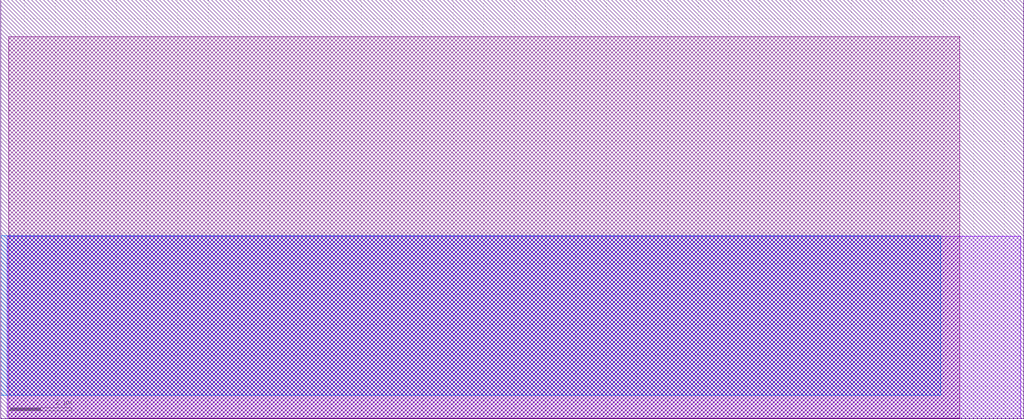
<source format=lef>
VERSION 5.7 ;
  NOWIREEXTENSIONATPIN ON ;
  DIVIDERCHAR "/" ;
  BUSBITCHARS "[]" ;
UNITS
  DATABASE MICRONS 200 ;
END UNITS

LAYER via2
  TYPE CUT ;
END via2

LAYER via
  TYPE CUT ;
END via

LAYER nwell
  TYPE MASTERSLICE ;
END nwell

LAYER via3
  TYPE CUT ;
END via3

LAYER pwell
  TYPE MASTERSLICE ;
END pwell

LAYER via4
  TYPE CUT ;
END via4

LAYER mcon
  TYPE CUT ;
END mcon

LAYER met6
  TYPE ROUTING ;
  WIDTH 0.030000 ;
  SPACING 0.040000 ;
  DIRECTION HORIZONTAL ;
END met6

LAYER met1
  TYPE ROUTING ;
  WIDTH 0.140000 ;
  SPACING 0.140000 ;
  DIRECTION HORIZONTAL ;
END met1

LAYER met3
  TYPE ROUTING ;
  WIDTH 0.300000 ;
  SPACING 0.300000 ;
  DIRECTION HORIZONTAL ;
END met3

LAYER met2
  TYPE ROUTING ;
  WIDTH 0.140000 ;
  SPACING 0.140000 ;
  DIRECTION HORIZONTAL ;
END met2

LAYER met4
  TYPE ROUTING ;
  WIDTH 0.300000 ;
  SPACING 0.300000 ;
  DIRECTION HORIZONTAL ;
END met4

LAYER met5
  TYPE ROUTING ;
  WIDTH 1.600000 ;
  SPACING 1.600000 ;
  DIRECTION HORIZONTAL ;
END met5

LAYER li1
  TYPE ROUTING ;
  WIDTH 0.170000 ;
  SPACING 0.170000 ;
  DIRECTION HORIZONTAL ;
END li1

MACRO sky130_hilas_DAC6bit01
  CLASS BLOCK ;
  FOREIGN sky130_hilas_DAC6bit01 ;
  ORIGIN -0.230 0.060 ;
  SIZE 33.400 BY 13.680 ;
  OBS
      LAYER li1 ;
        RECT 0.490 -0.050 31.540 12.400 ;
      LAYER met1 ;
        RECT 0.440 -0.060 33.530 5.890 ;
      LAYER met2 ;
        RECT 0.230 0.700 30.920 5.910 ;
  END
END sky130_hilas_DAC6bit01
END LIBRARY


</source>
